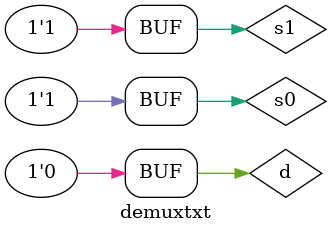
<source format=v>
`timescale 1ns / 1ps


module demuxtxt;

	// Inputs
	reg d;
	reg s1;
	reg s0;

	// Outputs
	wire d0;
	wire d1;
	wire d2;
	wire d3;

	// Instantiate the Unit Under Test (UUT)
	demux1 uut (
		.d(d), 
		.s1(s1), 
		.s0(s0), 
		.d0(d0), 
		.d1(d1), 
		.d2(d2), 
		.d3(d3)
	);

	initial begin
		// Initialize Inputs
		d = 0;
		s1 = 0;
		s0 = 0;

		// Wait 100 ns for global reset to finish
		#100;
        
//01
		d = 0;
		s1 = 0;
		s0 = 1;

		// Wait 100 ns for global reset to finish
		#100;
//10		
		d = 0;
		s1 = 1;
		s0 = 0;

		// Wait 100 ns for global reset to finish
		#100;
		
		d = 0;
		s1 = 1;
		s0 = 1;

		// Wait 100 ns for global reset to finish
		#100;
		// Add stimulus here

	end
      
endmodule


</source>
